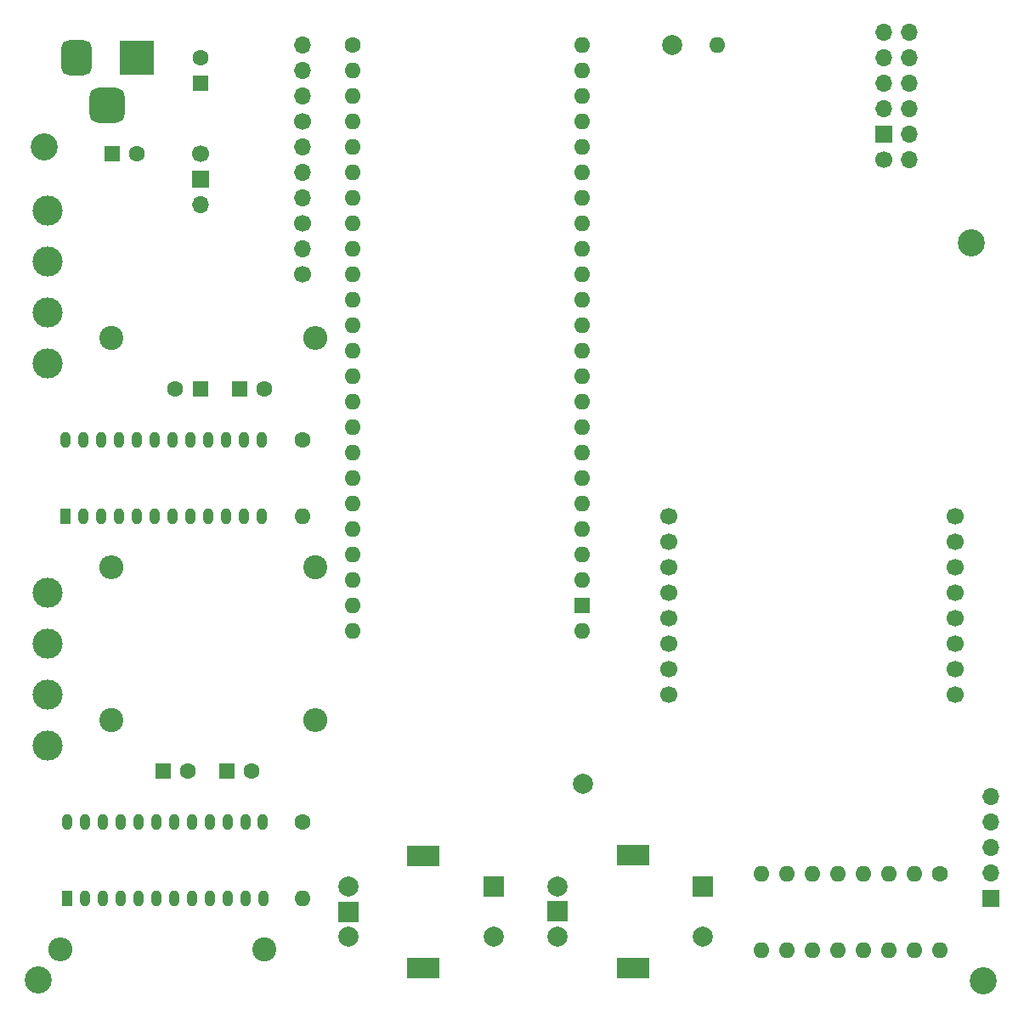
<source format=gts>
%TF.GenerationSoftware,KiCad,Pcbnew,(6.0.5)*%
%TF.CreationDate,2022-12-05T21:49:19+09:00*%
%TF.ProjectId,tangnano9k_motordriver,74616e67-6e61-46e6-9f39-6b5f6d6f746f,rev?*%
%TF.SameCoordinates,Original*%
%TF.FileFunction,Soldermask,Top*%
%TF.FilePolarity,Negative*%
%FSLAX46Y46*%
G04 Gerber Fmt 4.6, Leading zero omitted, Abs format (unit mm)*
G04 Created by KiCad (PCBNEW (6.0.5)) date 2022-12-05 21:49:19*
%MOMM*%
%LPD*%
G01*
G04 APERTURE LIST*
G04 Aperture macros list*
%AMRoundRect*
0 Rectangle with rounded corners*
0 $1 Rounding radius*
0 $2 $3 $4 $5 $6 $7 $8 $9 X,Y pos of 4 corners*
0 Add a 4 corners polygon primitive as box body*
4,1,4,$2,$3,$4,$5,$6,$7,$8,$9,$2,$3,0*
0 Add four circle primitives for the rounded corners*
1,1,$1+$1,$2,$3*
1,1,$1+$1,$4,$5*
1,1,$1+$1,$6,$7*
1,1,$1+$1,$8,$9*
0 Add four rect primitives between the rounded corners*
20,1,$1+$1,$2,$3,$4,$5,0*
20,1,$1+$1,$4,$5,$6,$7,0*
20,1,$1+$1,$6,$7,$8,$9,0*
20,1,$1+$1,$8,$9,$2,$3,0*%
G04 Aperture macros list end*
%ADD10C,2.700000*%
%ADD11C,2.400000*%
%ADD12O,2.400000X2.400000*%
%ADD13C,1.600000*%
%ADD14O,1.600000X1.600000*%
%ADD15C,2.000000*%
%ADD16R,1.600000X1.600000*%
%ADD17R,2.000000X2.000000*%
%ADD18R,3.200000X2.000000*%
%ADD19R,1.000000X1.600000*%
%ADD20O,1.000000X1.600000*%
%ADD21C,1.700000*%
%ADD22R,1.700000X1.700000*%
%ADD23O,1.700000X1.700000*%
%ADD24R,3.500000X3.500000*%
%ADD25RoundRect,0.750000X-0.750000X-1.000000X0.750000X-1.000000X0.750000X1.000000X-0.750000X1.000000X0*%
%ADD26RoundRect,0.875000X-0.875000X-0.875000X0.875000X-0.875000X0.875000X0.875000X-0.875000X0.875000X0*%
%ADD27C,3.000000*%
G04 APERTURE END LIST*
D10*
%TO.C,REF\u002A\u002A*%
X64400000Y-60900000D03*
%TD*%
%TO.C,REF\u002A\u002A*%
X63800000Y-144000000D03*
%TD*%
%TO.C,REF\u002A\u002A*%
X158000000Y-144100000D03*
%TD*%
%TO.C,REF\u002A\u002A*%
X156800000Y-70500000D03*
%TD*%
D11*
%TO.C,R2*%
X91440000Y-102870000D03*
D12*
X71120000Y-102870000D03*
%TD*%
D11*
%TO.C,R3*%
X71120000Y-80010000D03*
D12*
X91440000Y-80010000D03*
%TD*%
D13*
%TO.C,R1*%
X90170000Y-90170000D03*
D14*
X90170000Y-97790000D03*
%TD*%
D15*
%TO.C,TP1*%
X127000000Y-50800000D03*
%TD*%
D13*
%TO.C,C4*%
X86360000Y-85090000D03*
D16*
X83860000Y-85090000D03*
%TD*%
D14*
%TO.C,*%
X131445000Y-50800000D03*
%TD*%
D15*
%TO.C,TP2*%
X118110000Y-124460000D03*
%TD*%
D13*
%TO.C,C1*%
X80010000Y-52070000D03*
D16*
X80010000Y-54570000D03*
%TD*%
D15*
%TO.C,Rotary_SW1*%
X94720000Y-134700000D03*
X94720000Y-139700000D03*
D17*
X94720000Y-137200000D03*
D18*
X102220000Y-142800000D03*
X102220000Y-131600000D03*
D15*
X109220000Y-139700000D03*
D17*
X109220000Y-134700000D03*
%TD*%
D19*
%TO.C,U2*%
X66557702Y-97755000D03*
D20*
X68335702Y-97755000D03*
X70113702Y-97755000D03*
X71891702Y-97755000D03*
X73669702Y-97755000D03*
X75447702Y-97755000D03*
X77225702Y-97755000D03*
X79003702Y-97755000D03*
X80781702Y-97755000D03*
X82559702Y-97755000D03*
X84337702Y-97755000D03*
X86115702Y-97755000D03*
X86065702Y-90155000D03*
X84325702Y-90155000D03*
X82547702Y-90155000D03*
X80769702Y-90155000D03*
X78991702Y-90155000D03*
X77213702Y-90155000D03*
X75435702Y-90155000D03*
X73657702Y-90155000D03*
X71879702Y-90155000D03*
X70101702Y-90155000D03*
X68323702Y-90155000D03*
X66545702Y-90155000D03*
%TD*%
D13*
%TO.C,C6*%
X85090000Y-123190000D03*
D16*
X82590000Y-123190000D03*
%TD*%
D21*
%TO.C,U1*%
X80010000Y-61595000D03*
D22*
X80010000Y-64135000D03*
D23*
X80010000Y-66675000D03*
%TD*%
D12*
%TO.C,R5*%
X66040000Y-140970000D03*
D11*
X86360000Y-140970000D03*
%TD*%
D22*
%TO.C,J7*%
X158750000Y-135890000D03*
D23*
X158750000Y-133350000D03*
X158750000Y-130810000D03*
X158750000Y-128270000D03*
X158750000Y-125730000D03*
%TD*%
D19*
%TO.C,U5*%
X66687000Y-135855000D03*
D20*
X68465000Y-135855000D03*
X70243000Y-135855000D03*
X72021000Y-135855000D03*
X73799000Y-135855000D03*
X75577000Y-135855000D03*
X77355000Y-135855000D03*
X79133000Y-135855000D03*
X80911000Y-135855000D03*
X82689000Y-135855000D03*
X84467000Y-135855000D03*
X86245000Y-135855000D03*
X86195000Y-128255000D03*
X84455000Y-128255000D03*
X82677000Y-128255000D03*
X80899000Y-128255000D03*
X79121000Y-128255000D03*
X77343000Y-128255000D03*
X75565000Y-128255000D03*
X73787000Y-128255000D03*
X72009000Y-128255000D03*
X70231000Y-128255000D03*
X68453000Y-128255000D03*
X66675000Y-128255000D03*
%TD*%
D13*
%TO.C,C5*%
X78740000Y-123190000D03*
D16*
X76240000Y-123190000D03*
%TD*%
D21*
%TO.C,U4*%
X155150000Y-115510000D03*
X155170000Y-112970000D03*
X155170000Y-110430000D03*
X155170000Y-107890000D03*
X155170000Y-105350000D03*
X155170000Y-102810000D03*
X155170000Y-100270000D03*
X155170000Y-97730000D03*
X126690000Y-97790000D03*
X126690000Y-100330000D03*
X126690000Y-102870000D03*
X126690000Y-105410000D03*
X126690000Y-107950000D03*
X126690000Y-110490000D03*
X126690000Y-113030000D03*
X126690000Y-115570000D03*
%TD*%
D24*
%TO.C,J1*%
X73660000Y-52070000D03*
D25*
X67660000Y-52070000D03*
D26*
X70660000Y-56770000D03*
%TD*%
D13*
%TO.C,U3*%
X95187500Y-50800000D03*
D14*
X95187500Y-53340000D03*
X95187500Y-55880000D03*
X95187500Y-58420000D03*
X95187500Y-60960000D03*
X95187500Y-63500000D03*
X95187500Y-66040000D03*
X95187500Y-68580000D03*
X95187500Y-71120000D03*
X95187500Y-73660000D03*
X95187500Y-76200000D03*
X95187500Y-78740000D03*
X95187500Y-81280000D03*
X95187500Y-83820000D03*
X95187500Y-86360000D03*
X95187500Y-88900000D03*
X95187500Y-91440000D03*
X95187500Y-93980000D03*
X95187500Y-96520000D03*
X95187500Y-99060000D03*
X95187500Y-101600000D03*
X95187500Y-104140000D03*
X95187500Y-106680000D03*
X95187500Y-109220000D03*
X118047500Y-109220000D03*
D16*
X118047500Y-106680000D03*
D14*
X118047500Y-104140000D03*
X118047500Y-101600000D03*
X118047500Y-99060000D03*
X118047500Y-96520000D03*
X118047500Y-93980000D03*
X118047500Y-91440000D03*
X118047500Y-88900000D03*
X118047500Y-86360000D03*
X118047500Y-83820000D03*
X118047500Y-81280000D03*
X118047500Y-78740000D03*
X118047500Y-76200000D03*
X118047500Y-73660000D03*
X118047500Y-71120000D03*
X118047500Y-68580000D03*
X118047500Y-66040000D03*
X118047500Y-63500000D03*
X118047500Y-60960000D03*
X118047500Y-58420000D03*
X118047500Y-55880000D03*
X118047500Y-53340000D03*
X118047500Y-50800000D03*
%TD*%
D13*
%TO.C,C2*%
X73660000Y-61595000D03*
D16*
X71160000Y-61595000D03*
%TD*%
D21*
%TO.C,J5*%
X90170000Y-68570000D03*
D23*
X90170000Y-66030000D03*
X90170000Y-63490000D03*
X90170000Y-60950000D03*
%TD*%
D13*
%TO.C,R4*%
X90170000Y-128270000D03*
D14*
X90170000Y-135890000D03*
%TD*%
D21*
%TO.C,J6*%
X90170000Y-73660000D03*
D23*
X90170000Y-71120000D03*
%TD*%
D27*
%TO.C,J3*%
X64770000Y-105410000D03*
X64770000Y-110490000D03*
X64770000Y-115570000D03*
X64770000Y-120650000D03*
%TD*%
D21*
%TO.C,J4*%
X90170000Y-58410000D03*
D23*
X90170000Y-55870000D03*
X90170000Y-53330000D03*
X90170000Y-50790000D03*
%TD*%
D21*
%TO.C,J8*%
X148045000Y-62205000D03*
D23*
X150585000Y-62205000D03*
D22*
X148045000Y-59665000D03*
D23*
X150585000Y-59665000D03*
X148045000Y-57125000D03*
X150585000Y-57125000D03*
X148045000Y-54585000D03*
X150585000Y-54585000D03*
X148045000Y-52045000D03*
X150585000Y-52045000D03*
X148045000Y-49505000D03*
X150585000Y-49505000D03*
%TD*%
D27*
%TO.C,J2*%
X64770000Y-67310000D03*
X64770000Y-72390000D03*
X64770000Y-77470000D03*
X64770000Y-82550000D03*
%TD*%
D13*
%TO.C,C3*%
X77470000Y-85090000D03*
D16*
X79970000Y-85090000D03*
%TD*%
D15*
%TO.C,Rotary_SW2*%
X115570000Y-134660000D03*
X115570000Y-139660000D03*
D17*
X115570000Y-137160000D03*
D18*
X123070000Y-131560000D03*
X123070000Y-142760000D03*
D15*
X130070000Y-139660000D03*
D17*
X130070000Y-134660000D03*
%TD*%
D13*
%TO.C,SW3*%
X153680000Y-133392500D03*
D14*
X151140000Y-133392500D03*
X148600000Y-133392500D03*
X146060000Y-133392500D03*
X143520000Y-133392500D03*
X140980000Y-133392500D03*
X138440000Y-133392500D03*
X135900000Y-133392500D03*
X135900000Y-141012500D03*
X138440000Y-141012500D03*
X140980000Y-141012500D03*
X143520000Y-141012500D03*
X146060000Y-141012500D03*
X148600000Y-141012500D03*
X151140000Y-141012500D03*
X153680000Y-141012500D03*
%TD*%
D11*
%TO.C,R6*%
X71120000Y-118110000D03*
D12*
X91440000Y-118110000D03*
%TD*%
M02*

</source>
